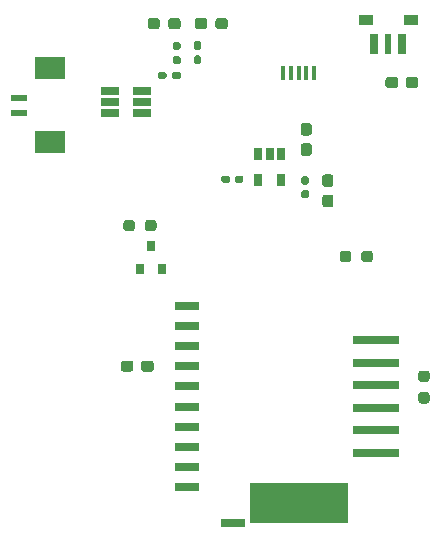
<source format=gbr>
G04 #@! TF.GenerationSoftware,KiCad,Pcbnew,(5.1.8-0-10_14)*
G04 #@! TF.CreationDate,2021-02-03T00:58:45+08:00*
G04 #@! TF.ProjectId,mops-out,6d6f7073-2d6f-4757-942e-6b696361645f,rev?*
G04 #@! TF.SameCoordinates,Original*
G04 #@! TF.FileFunction,Paste,Top*
G04 #@! TF.FilePolarity,Positive*
%FSLAX46Y46*%
G04 Gerber Fmt 4.6, Leading zero omitted, Abs format (unit mm)*
G04 Created by KiCad (PCBNEW (5.1.8-0-10_14)) date 2021-02-03 00:58:45*
%MOMM*%
%LPD*%
G01*
G04 APERTURE LIST*
%ADD10R,0.450000X1.300000*%
%ADD11R,0.800000X0.900000*%
%ADD12R,2.599995X1.899996*%
%ADD13R,1.399997X0.599999*%
%ADD14R,0.650000X1.060000*%
%ADD15R,1.560000X0.650000*%
%ADD16R,8.400034X3.499866*%
%ADD17R,1.999996X0.800100*%
%ADD18R,3.999992X0.800100*%
%ADD19R,1.299997X0.899998*%
%ADD20R,0.750011X1.799996*%
%ADD21R,0.599948X1.799996*%
G04 APERTURE END LIST*
D10*
X136100000Y-52100000D03*
X136750000Y-52100000D03*
X137400000Y-52100000D03*
X138050000Y-52100000D03*
X138700000Y-52100000D03*
G36*
G01*
X124385000Y-65237500D02*
X124385000Y-64762500D01*
G75*
G02*
X124622500Y-64525000I237500J0D01*
G01*
X125122500Y-64525000D01*
G75*
G02*
X125360000Y-64762500I0J-237500D01*
G01*
X125360000Y-65237500D01*
G75*
G02*
X125122500Y-65475000I-237500J0D01*
G01*
X124622500Y-65475000D01*
G75*
G02*
X124385000Y-65237500I0J237500D01*
G01*
G37*
G36*
G01*
X122560000Y-65237500D02*
X122560000Y-64762500D01*
G75*
G02*
X122797500Y-64525000I237500J0D01*
G01*
X123297500Y-64525000D01*
G75*
G02*
X123535000Y-64762500I0J-237500D01*
G01*
X123535000Y-65237500D01*
G75*
G02*
X123297500Y-65475000I-237500J0D01*
G01*
X122797500Y-65475000D01*
G75*
G02*
X122560000Y-65237500I0J237500D01*
G01*
G37*
G36*
G01*
X142705000Y-67857500D02*
X142705000Y-67382500D01*
G75*
G02*
X142942500Y-67145000I237500J0D01*
G01*
X143442500Y-67145000D01*
G75*
G02*
X143680000Y-67382500I0J-237500D01*
G01*
X143680000Y-67857500D01*
G75*
G02*
X143442500Y-68095000I-237500J0D01*
G01*
X142942500Y-68095000D01*
G75*
G02*
X142705000Y-67857500I0J237500D01*
G01*
G37*
G36*
G01*
X140880000Y-67857500D02*
X140880000Y-67382500D01*
G75*
G02*
X141117500Y-67145000I237500J0D01*
G01*
X141617500Y-67145000D01*
G75*
G02*
X141855000Y-67382500I0J-237500D01*
G01*
X141855000Y-67857500D01*
G75*
G02*
X141617500Y-68095000I-237500J0D01*
G01*
X141117500Y-68095000D01*
G75*
G02*
X140880000Y-67857500I0J237500D01*
G01*
G37*
G36*
G01*
X147762500Y-79105000D02*
X148237500Y-79105000D01*
G75*
G02*
X148475000Y-79342500I0J-237500D01*
G01*
X148475000Y-79842500D01*
G75*
G02*
X148237500Y-80080000I-237500J0D01*
G01*
X147762500Y-80080000D01*
G75*
G02*
X147525000Y-79842500I0J237500D01*
G01*
X147525000Y-79342500D01*
G75*
G02*
X147762500Y-79105000I237500J0D01*
G01*
G37*
G36*
G01*
X147762500Y-77280000D02*
X148237500Y-77280000D01*
G75*
G02*
X148475000Y-77517500I0J-237500D01*
G01*
X148475000Y-78017500D01*
G75*
G02*
X148237500Y-78255000I-237500J0D01*
G01*
X147762500Y-78255000D01*
G75*
G02*
X147525000Y-78017500I0J237500D01*
G01*
X147525000Y-77517500D01*
G75*
G02*
X147762500Y-77280000I237500J0D01*
G01*
G37*
G36*
G01*
X128990000Y-50120000D02*
X128670000Y-50120000D01*
G75*
G02*
X128510000Y-49960000I0J160000D01*
G01*
X128510000Y-49565000D01*
G75*
G02*
X128670000Y-49405000I160000J0D01*
G01*
X128990000Y-49405000D01*
G75*
G02*
X129150000Y-49565000I0J-160000D01*
G01*
X129150000Y-49960000D01*
G75*
G02*
X128990000Y-50120000I-160000J0D01*
G01*
G37*
G36*
G01*
X128990000Y-51315000D02*
X128670000Y-51315000D01*
G75*
G02*
X128510000Y-51155000I0J160000D01*
G01*
X128510000Y-50760000D01*
G75*
G02*
X128670000Y-50600000I160000J0D01*
G01*
X128990000Y-50600000D01*
G75*
G02*
X129150000Y-50760000I0J-160000D01*
G01*
X129150000Y-51155000D01*
G75*
G02*
X128990000Y-51315000I-160000J0D01*
G01*
G37*
G36*
G01*
X126210000Y-52130000D02*
X126210000Y-52450000D01*
G75*
G02*
X126050000Y-52610000I-160000J0D01*
G01*
X125655000Y-52610000D01*
G75*
G02*
X125495000Y-52450000I0J160000D01*
G01*
X125495000Y-52130000D01*
G75*
G02*
X125655000Y-51970000I160000J0D01*
G01*
X126050000Y-51970000D01*
G75*
G02*
X126210000Y-52130000I0J-160000D01*
G01*
G37*
G36*
G01*
X127405000Y-52130000D02*
X127405000Y-52450000D01*
G75*
G02*
X127245000Y-52610000I-160000J0D01*
G01*
X126850000Y-52610000D01*
G75*
G02*
X126690000Y-52450000I0J160000D01*
G01*
X126690000Y-52130000D01*
G75*
G02*
X126850000Y-51970000I160000J0D01*
G01*
X127245000Y-51970000D01*
G75*
G02*
X127405000Y-52130000I0J-160000D01*
G01*
G37*
G36*
G01*
X126920000Y-50630000D02*
X127240000Y-50630000D01*
G75*
G02*
X127400000Y-50790000I0J-160000D01*
G01*
X127400000Y-51185000D01*
G75*
G02*
X127240000Y-51345000I-160000J0D01*
G01*
X126920000Y-51345000D01*
G75*
G02*
X126760000Y-51185000I0J160000D01*
G01*
X126760000Y-50790000D01*
G75*
G02*
X126920000Y-50630000I160000J0D01*
G01*
G37*
G36*
G01*
X126920000Y-49435000D02*
X127240000Y-49435000D01*
G75*
G02*
X127400000Y-49595000I0J-160000D01*
G01*
X127400000Y-49990000D01*
G75*
G02*
X127240000Y-50150000I-160000J0D01*
G01*
X126920000Y-50150000D01*
G75*
G02*
X126760000Y-49990000I0J160000D01*
G01*
X126760000Y-49595000D01*
G75*
G02*
X126920000Y-49435000I160000J0D01*
G01*
G37*
D11*
X124890000Y-66710000D03*
X125840000Y-68710000D03*
X123940000Y-68710000D03*
G36*
G01*
X129650000Y-47662500D02*
X129650000Y-48137500D01*
G75*
G02*
X129412500Y-48375000I-237500J0D01*
G01*
X128837500Y-48375000D01*
G75*
G02*
X128600000Y-48137500I0J237500D01*
G01*
X128600000Y-47662500D01*
G75*
G02*
X128837500Y-47425000I237500J0D01*
G01*
X129412500Y-47425000D01*
G75*
G02*
X129650000Y-47662500I0J-237500D01*
G01*
G37*
G36*
G01*
X131400000Y-47662500D02*
X131400000Y-48137500D01*
G75*
G02*
X131162500Y-48375000I-237500J0D01*
G01*
X130587500Y-48375000D01*
G75*
G02*
X130350000Y-48137500I0J237500D01*
G01*
X130350000Y-47662500D01*
G75*
G02*
X130587500Y-47425000I237500J0D01*
G01*
X131162500Y-47425000D01*
G75*
G02*
X131400000Y-47662500I0J-237500D01*
G01*
G37*
G36*
G01*
X126350000Y-48137500D02*
X126350000Y-47662500D01*
G75*
G02*
X126587500Y-47425000I237500J0D01*
G01*
X127162500Y-47425000D01*
G75*
G02*
X127400000Y-47662500I0J-237500D01*
G01*
X127400000Y-48137500D01*
G75*
G02*
X127162500Y-48375000I-237500J0D01*
G01*
X126587500Y-48375000D01*
G75*
G02*
X126350000Y-48137500I0J237500D01*
G01*
G37*
G36*
G01*
X124600000Y-48137500D02*
X124600000Y-47662500D01*
G75*
G02*
X124837500Y-47425000I237500J0D01*
G01*
X125412500Y-47425000D01*
G75*
G02*
X125650000Y-47662500I0J-237500D01*
G01*
X125650000Y-48137500D01*
G75*
G02*
X125412500Y-48375000I-237500J0D01*
G01*
X124837500Y-48375000D01*
G75*
G02*
X124600000Y-48137500I0J237500D01*
G01*
G37*
G36*
G01*
X124055000Y-77147500D02*
X124055000Y-76672500D01*
G75*
G02*
X124292500Y-76435000I237500J0D01*
G01*
X124892500Y-76435000D01*
G75*
G02*
X125130000Y-76672500I0J-237500D01*
G01*
X125130000Y-77147500D01*
G75*
G02*
X124892500Y-77385000I-237500J0D01*
G01*
X124292500Y-77385000D01*
G75*
G02*
X124055000Y-77147500I0J237500D01*
G01*
G37*
G36*
G01*
X122330000Y-77147500D02*
X122330000Y-76672500D01*
G75*
G02*
X122567500Y-76435000I237500J0D01*
G01*
X123167500Y-76435000D01*
G75*
G02*
X123405000Y-76672500I0J-237500D01*
G01*
X123405000Y-77147500D01*
G75*
G02*
X123167500Y-77385000I-237500J0D01*
G01*
X122567500Y-77385000D01*
G75*
G02*
X122330000Y-77147500I0J237500D01*
G01*
G37*
G36*
G01*
X146465000Y-53127500D02*
X146465000Y-52652500D01*
G75*
G02*
X146702500Y-52415000I237500J0D01*
G01*
X147302500Y-52415000D01*
G75*
G02*
X147540000Y-52652500I0J-237500D01*
G01*
X147540000Y-53127500D01*
G75*
G02*
X147302500Y-53365000I-237500J0D01*
G01*
X146702500Y-53365000D01*
G75*
G02*
X146465000Y-53127500I0J237500D01*
G01*
G37*
G36*
G01*
X144740000Y-53127500D02*
X144740000Y-52652500D01*
G75*
G02*
X144977500Y-52415000I237500J0D01*
G01*
X145577500Y-52415000D01*
G75*
G02*
X145815000Y-52652500I0J-237500D01*
G01*
X145815000Y-53127500D01*
G75*
G02*
X145577500Y-53365000I-237500J0D01*
G01*
X144977500Y-53365000D01*
G75*
G02*
X144740000Y-53127500I0J237500D01*
G01*
G37*
G36*
G01*
X138277500Y-57385000D02*
X137802500Y-57385000D01*
G75*
G02*
X137565000Y-57147500I0J237500D01*
G01*
X137565000Y-56547500D01*
G75*
G02*
X137802500Y-56310000I237500J0D01*
G01*
X138277500Y-56310000D01*
G75*
G02*
X138515000Y-56547500I0J-237500D01*
G01*
X138515000Y-57147500D01*
G75*
G02*
X138277500Y-57385000I-237500J0D01*
G01*
G37*
G36*
G01*
X138277500Y-59110000D02*
X137802500Y-59110000D01*
G75*
G02*
X137565000Y-58872500I0J237500D01*
G01*
X137565000Y-58272500D01*
G75*
G02*
X137802500Y-58035000I237500J0D01*
G01*
X138277500Y-58035000D01*
G75*
G02*
X138515000Y-58272500I0J-237500D01*
G01*
X138515000Y-58872500D01*
G75*
G02*
X138277500Y-59110000I-237500J0D01*
G01*
G37*
G36*
G01*
X131587500Y-60925000D02*
X131587500Y-61235000D01*
G75*
G02*
X131432500Y-61390000I-155000J0D01*
G01*
X131007500Y-61390000D01*
G75*
G02*
X130852500Y-61235000I0J155000D01*
G01*
X130852500Y-60925000D01*
G75*
G02*
X131007500Y-60770000I155000J0D01*
G01*
X131432500Y-60770000D01*
G75*
G02*
X131587500Y-60925000I0J-155000D01*
G01*
G37*
G36*
G01*
X132722500Y-60925000D02*
X132722500Y-61235000D01*
G75*
G02*
X132567500Y-61390000I-155000J0D01*
G01*
X132142500Y-61390000D01*
G75*
G02*
X131987500Y-61235000I0J155000D01*
G01*
X131987500Y-60925000D01*
G75*
G02*
X132142500Y-60770000I155000J0D01*
G01*
X132567500Y-60770000D01*
G75*
G02*
X132722500Y-60925000I0J-155000D01*
G01*
G37*
G36*
G01*
X139622500Y-62385000D02*
X140097500Y-62385000D01*
G75*
G02*
X140335000Y-62622500I0J-237500D01*
G01*
X140335000Y-63222500D01*
G75*
G02*
X140097500Y-63460000I-237500J0D01*
G01*
X139622500Y-63460000D01*
G75*
G02*
X139385000Y-63222500I0J237500D01*
G01*
X139385000Y-62622500D01*
G75*
G02*
X139622500Y-62385000I237500J0D01*
G01*
G37*
G36*
G01*
X139622500Y-60660000D02*
X140097500Y-60660000D01*
G75*
G02*
X140335000Y-60897500I0J-237500D01*
G01*
X140335000Y-61497500D01*
G75*
G02*
X140097500Y-61735000I-237500J0D01*
G01*
X139622500Y-61735000D01*
G75*
G02*
X139385000Y-61497500I0J237500D01*
G01*
X139385000Y-60897500D01*
G75*
G02*
X139622500Y-60660000I237500J0D01*
G01*
G37*
G36*
G01*
X137785000Y-61970000D02*
X138095000Y-61970000D01*
G75*
G02*
X138250000Y-62125000I0J-155000D01*
G01*
X138250000Y-62550000D01*
G75*
G02*
X138095000Y-62705000I-155000J0D01*
G01*
X137785000Y-62705000D01*
G75*
G02*
X137630000Y-62550000I0J155000D01*
G01*
X137630000Y-62125000D01*
G75*
G02*
X137785000Y-61970000I155000J0D01*
G01*
G37*
G36*
G01*
X137785000Y-60835000D02*
X138095000Y-60835000D01*
G75*
G02*
X138250000Y-60990000I0J-155000D01*
G01*
X138250000Y-61415000D01*
G75*
G02*
X138095000Y-61570000I-155000J0D01*
G01*
X137785000Y-61570000D01*
G75*
G02*
X137630000Y-61415000I0J155000D01*
G01*
X137630000Y-60990000D01*
G75*
G02*
X137785000Y-60835000I155000J0D01*
G01*
G37*
D12*
X116318735Y-57944911D03*
X116318735Y-51694987D03*
D13*
X113701265Y-54195109D03*
X113701265Y-55445043D03*
D14*
X135880000Y-61130000D03*
X133980000Y-61130000D03*
X133980000Y-58930000D03*
X134930000Y-58930000D03*
X135880000Y-58930000D03*
D15*
X124150000Y-54520000D03*
X124150000Y-53570000D03*
X124150000Y-55470000D03*
X121450000Y-55470000D03*
X121450000Y-54520000D03*
X121450000Y-53570000D03*
D16*
X137400050Y-88465110D03*
D17*
X131800112Y-90214916D03*
D18*
X143949948Y-84215182D03*
X143949948Y-82315008D03*
X143949948Y-80415088D03*
X143949948Y-78515168D03*
X143949948Y-76614994D03*
X143949948Y-74715074D03*
D17*
X127949980Y-71775024D03*
X127949980Y-73484952D03*
X127949980Y-75195134D03*
X127949980Y-76905062D03*
X127949980Y-78614990D03*
X127949980Y-80325172D03*
X127949980Y-82035100D03*
X127949980Y-83745028D03*
X127949980Y-85454956D03*
X127949980Y-87165138D03*
D19*
X143096270Y-47559108D03*
X146903730Y-47559362D03*
D20*
X143784356Y-49640638D03*
D21*
X144985268Y-49640638D03*
D20*
X146186180Y-49640638D03*
M02*

</source>
